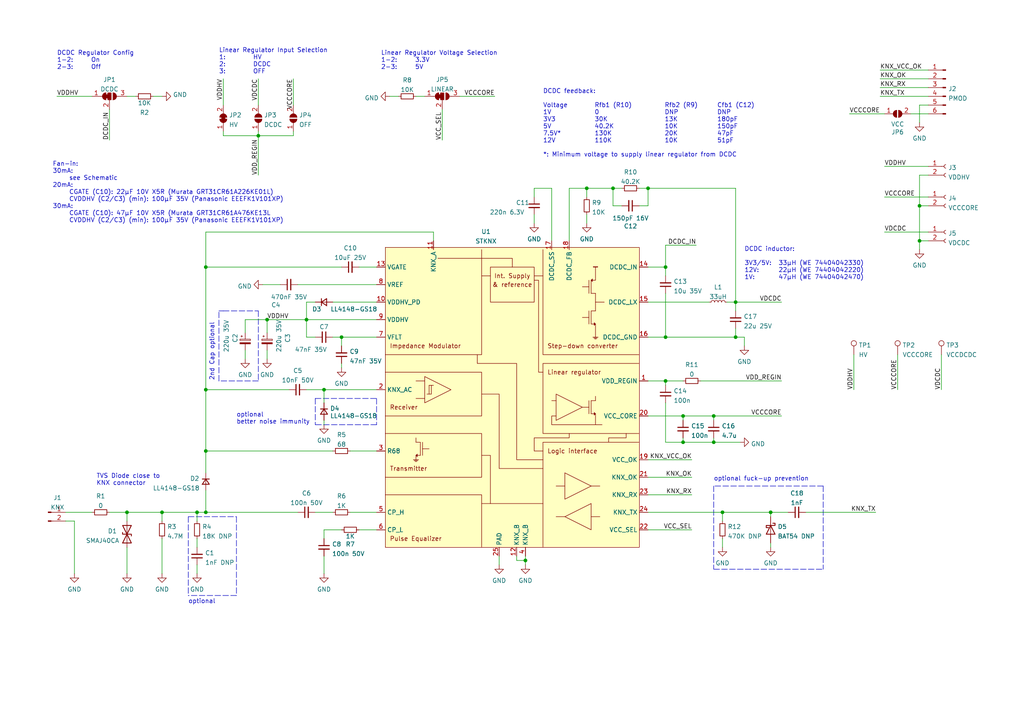
<source format=kicad_sch>
(kicad_sch (version 20210621) (generator eeschema)
  (paper "A4")
  (lib_symbols
    (symbol "Connector:Conn_01x02_Female" (pin_names (offset 1.016) hide)
      (property "Reference" "J" (at 0 2.54 0))
      (property "Value" "Conn_01x02_Female" (at 0 -5.08 0))
      (symbol "Conn_01x02_Female_1_1"
        (pin passive line (at -5.08 0 0) (length 3.81) (name "Pin_1") (number "1"))
        (pin passive line (at -5.08 -2.54 0) (length 3.81) (name "Pin_2") (number "2"))
      )
    )
    (symbol "Connector:Conn_01x02_Male" (pin_names (offset 1.016) hide)
      (property "Reference" "J" (at 0 2.54 0))
      (property "Value" "Conn_01x02_Male" (at 0 -5.08 0))
      (symbol "Conn_01x02_Male_1_1"
        (pin passive line (at 5.08 0 180) (length 3.81) (name "Pin_1") (number "1"))
        (pin passive line (at 5.08 -2.54 180) (length 3.81) (name "Pin_2") (number "2"))
      )
    )
    (symbol "Connector:Conn_01x06_Male" (pin_names (offset 1.016) hide)
      (property "Reference" "J" (at 0 7.62 0))
      (property "Value" "Conn_01x06_Male" (at 0 -10.16 0))
      (symbol "Conn_01x06_Male_1_1"
        (pin passive line (at 5.08 5.08 180) (length 3.81) (name "Pin_1") (number "1"))
        (pin passive line (at 5.08 2.54 180) (length 3.81) (name "Pin_2") (number "2"))
        (pin passive line (at 5.08 0 180) (length 3.81) (name "Pin_3") (number "3"))
        (pin passive line (at 5.08 -2.54 180) (length 3.81) (name "Pin_4") (number "4"))
        (pin passive line (at 5.08 -5.08 180) (length 3.81) (name "Pin_5") (number "5"))
        (pin passive line (at 5.08 -7.62 180) (length 3.81) (name "Pin_6") (number "6"))
      )
    )
    (symbol "Connector:TestPoint" (pin_numbers hide) (pin_names (offset 0.762) hide)
      (property "Reference" "TP" (at 0 6.858 0))
      (property "Value" "TestPoint" (at 0 5.08 0))
      (symbol "TestPoint_1_1"
        (pin passive line (at 0 0 90) (length 2.54) (name "1") (number "1"))
      )
    )
    (symbol "Device:C_Polarized_Small" (pin_numbers hide) (pin_names (offset 0.254) hide)
      (property "Reference" "C" (at 0.254 1.778 0))
      (property "Value" "C_Polarized_Small" (at 0.254 -2.032 0))
      (symbol "C_Polarized_Small_1_1"
        (pin passive line (at 0 2.54 270) (length 1.8542) (name "~") (number "1"))
        (pin passive line (at 0 -2.54 90) (length 1.8542) (name "~") (number "2"))
      )
    )
    (symbol "Device:C_Small" (pin_numbers hide) (pin_names (offset 0.254) hide)
      (property "Reference" "C" (at 0.254 1.778 0))
      (property "Value" "C_Small" (at 0.254 -2.032 0))
      (symbol "C_Small_1_1"
        (pin passive line (at 0 2.54 270) (length 2.032) (name "~") (number "1"))
        (pin passive line (at 0 -2.54 90) (length 2.032) (name "~") (number "2"))
      )
    )
    (symbol "Device:D_Small" (pin_numbers hide) (pin_names (offset 0.254) hide)
      (property "Reference" "D" (at -1.27 2.032 0))
      (property "Value" "D_Small" (at -3.81 -2.032 0))
      (symbol "D_Small_1_1"
        (pin passive line (at -2.54 0 0) (length 1.778) (name "K") (number "1"))
        (pin passive line (at 2.54 0 180) (length 1.778) (name "A") (number "2"))
      )
    )
    (symbol "Device:D_TVS" (pin_numbers hide) (pin_names (offset 1.016) hide)
      (property "Reference" "D" (at 0 2.54 0))
      (property "Value" "D_TVS" (at 0 -2.54 0))
      (symbol "D_TVS_1_1"
        (pin passive line (at -3.81 0 0) (length 2.54) (name "A1") (number "1"))
        (pin passive line (at 3.81 0 180) (length 2.54) (name "A2") (number "2"))
      )
    )
    (symbol "Device:L_Small" (pin_numbers hide) (pin_names (offset 0.254) hide)
      (property "Reference" "L" (at 0.762 1.016 0))
      (property "Value" "L_Small" (at 0.762 -1.016 0))
      (symbol "L_Small_1_1"
        (pin passive line (at 0 2.54 270) (length 0.508) (name "~") (number "1"))
        (pin passive line (at 0 -2.54 90) (length 0.508) (name "~") (number "2"))
      )
    )
    (symbol "Device:R_Small" (pin_numbers hide) (pin_names (offset 0.254) hide)
      (property "Reference" "R" (at 0.762 0.508 0))
      (property "Value" "R_Small" (at 0.762 -1.016 0))
      (symbol "R_Small_1_1"
        (pin passive line (at 0 2.54 270) (length 0.762) (name "~") (number "1"))
        (pin passive line (at 0 -2.54 90) (length 0.762) (name "~") (number "2"))
      )
    )
    (symbol "Diode:BAT54J" (pin_numbers hide) (pin_names hide)
      (property "Reference" "D" (at 0 2.54 0))
      (property "Value" "BAT54J" (at 0 -2.54 0))
      (symbol "BAT54J_1_1"
        (pin passive line (at -3.81 0 0) (length 2.54) (name "K") (number "1"))
        (pin passive line (at 3.81 0 180) (length 2.54) (name "A") (number "2"))
      )
    )
    (symbol "Jumper:SolderJumper_2_Bridged" (pin_names (offset 0) hide)
      (property "Reference" "JP" (at 0 2.032 0))
      (property "Value" "SolderJumper_2_Bridged" (at 0 -2.54 0))
      (symbol "SolderJumper_2_Bridged_1_1"
        (pin passive line (at -3.81 0 0) (length 2.54) (name "A") (number "1"))
        (pin passive line (at 3.81 0 180) (length 2.54) (name "B") (number "2"))
      )
    )
    (symbol "Jumper:SolderJumper_2_Open" (pin_names (offset 0) hide)
      (property "Reference" "JP" (at 0 2.032 0))
      (property "Value" "SolderJumper_2_Open" (at 0 -2.54 0))
      (symbol "SolderJumper_2_Open_1_1"
        (pin passive line (at -3.81 0 0) (length 2.54) (name "A") (number "1"))
        (pin passive line (at 3.81 0 180) (length 2.54) (name "B") (number "2"))
      )
    )
    (symbol "Jumper:SolderJumper_3_Bridged12" (pin_names (offset 0) hide)
      (property "Reference" "JP" (at -2.54 -2.54 0))
      (property "Value" "SolderJumper_3_Bridged12" (at 0 2.794 0))
      (symbol "SolderJumper_3_Bridged12_1_1"
        (pin passive line (at -5.08 0 0) (length 2.54) (name "A") (number "1"))
        (pin input line (at 0 -3.81 90) (length 2.54) (name "C") (number "2"))
        (pin passive line (at 5.08 0 180) (length 2.54) (name "B") (number "3"))
      )
    )
    (symbol "power:GND" (power) (pin_names (offset 0))
      (property "Value" "GND" (at 0 -3.81 0))
      (symbol "GND_1_1"
        (pin power_in line (at 0 0 270) (length 0) hide (name "GND") (number "1"))
      )
    )
    (symbol "stknx:STKNX"
      (property "Reference" "U" (at 0 45.72 0))
      (property "Value" "STKNX" (at 0 48.26 0))
      (symbol "STKNX_0_0"
        (text "& reference" (at 0 33.02 0) (effects (font (size 1.27 1.27))))
        (text "Impedance Modulator" (at -35.56 15.24 0) (effects (font (size 1.27 1.27)) (justify left)))
        (text "Int. Supply" (at 0 35.56 0) (effects (font (size 1.27 1.27))))
        (text "Linear regulator" (at 10.16 7.62 0) (effects (font (size 1.27 1.27)) (justify left)))
        (text "Logic interface" (at 10.16 -15.24 0) (effects (font (size 1.27 1.27)) (justify left)))
        (text "Pulse Equalizer" (at -35.56 -40.64 0) (effects (font (size 1.27 1.27)) (justify left)))
        (text "Receiver" (at -35.56 -2.54 0) (effects (font (size 1.27 1.27)) (justify left)))
        (text "Step-down converter" (at 10.16 15.24 0) (effects (font (size 1.27 1.27)) (justify left)))
        (text "Transmitter" (at -35.56 -20.32 0) (effects (font (size 1.27 1.27)) (justify left)))
      )
      (symbol "STKNX_1_1"
        (pin power_in line (at 39.37 5.08 180) (length 2.54) (name "VDD_REGIN") (number "1"))
        (pin power_in line (at -39.37 27.94 0) (length 2.54) (name "VDDHV_PD") (number "10"))
        (pin input line (at -22.86 45.72 270) (length 2.54) (name "KNX_A") (number "11"))
        (pin power_in line (at 1.27 -45.72 90) (length 2.54) (name "KNX_B") (number "12"))
        (pin passive line (at -39.37 38.1 0) (length 2.54) (name "VGATE") (number "13"))
        (pin power_in line (at 39.37 38.1 180) (length 2.54) (name "DCDC_IN") (number "14"))
        (pin power_out line (at 39.37 27.94 180) (length 2.54) (name "DCDC_LX") (number "15"))
        (pin power_in line (at 39.37 17.78 180) (length 2.54) (name "DCDC_GND") (number "16"))
        (pin passive line (at 11.43 45.72 270) (length 2.54) (name "DCDC_SS") (number "17"))
        (pin input line (at 16.51 45.72 270) (length 2.54) (name "DCDC_FB") (number "18"))
        (pin output line (at 39.37 -17.78 180) (length 2.54) (name "VCC_OK") (number "19"))
        (pin input line (at -39.37 2.54 0) (length 2.54) (name "KNX_AC") (number "2"))
        (pin power_out line (at 39.37 -5.08 180) (length 2.54) (name "VCC_CORE") (number "20"))
        (pin output line (at 39.37 -22.86 180) (length 2.54) (name "KNX_OK") (number "21"))
        (pin input line (at 39.37 -38.1 180) (length 2.54) (name "VCC_SEL") (number "22"))
        (pin output line (at 39.37 -27.94 180) (length 2.54) (name "KNX_RX") (number "23"))
        (pin input line (at 39.37 -33.02 180) (length 2.54) (name "KNX_TX") (number "24"))
        (pin power_in line (at -3.81 -45.72 90) (length 2.54) (name "PAD") (number "25"))
        (pin output line (at -39.37 -15.24 0) (length 2.54) (name "R68") (number "3"))
        (pin power_in line (at 3.81 -45.72 90) (length 2.54) (name "KNX_B") (number "4"))
        (pin passive line (at -39.37 -33.02 0) (length 2.54) (name "CP_H") (number "5"))
        (pin passive line (at -39.37 -38.1 0) (length 2.54) (name "CP_L") (number "6"))
        (pin passive line (at -39.37 17.78 0) (length 2.54) (name "VFLT") (number "7"))
        (pin power_out line (at -39.37 33.02 0) (length 2.54) (name "VREF") (number "8"))
        (pin power_in line (at -39.37 22.86 0) (length 2.54) (name "VDDHV") (number "9"))
      )
    )
  )
  (junction (at 36.83 148.59))
  (junction (at 46.99 148.59))
  (junction (at 57.15 148.59))
  (junction (at 59.69 77.47))
  (junction (at 59.69 113.03))
  (junction (at 59.69 130.81))
  (junction (at 59.69 148.59))
  (junction (at 74.93 39.37))
  (junction (at 77.47 92.71))
  (junction (at 88.9 92.71))
  (junction (at 93.98 113.03))
  (junction (at 99.06 97.79))
  (junction (at 152.4 162.56))
  (junction (at 170.18 54.61))
  (junction (at 177.8 54.61))
  (junction (at 187.96 54.61))
  (junction (at 193.04 77.47))
  (junction (at 193.04 97.79))
  (junction (at 193.04 110.49))
  (junction (at 198.12 120.65))
  (junction (at 198.12 128.27))
  (junction (at 207.01 120.65))
  (junction (at 207.01 128.27))
  (junction (at 209.55 148.59))
  (junction (at 213.36 87.63))
  (junction (at 213.36 97.79))
  (junction (at 223.52 148.59))
  (junction (at 266.7 59.69))
  (junction (at 266.7 69.85))
  (wire (pts (xy 19.05 148.59) (xy 26.67 148.59)))
  (wire (pts (xy 19.05 151.13) (xy 21.59 151.13)))
  (wire (pts (xy 21.59 151.13) (xy 21.59 166.37)))
  (wire (pts (xy 26.67 27.94) (xy 16.51 27.94)))
  (wire (pts (xy 31.75 31.75) (xy 31.75 40.64)))
  (wire (pts (xy 31.75 148.59) (xy 36.83 148.59)))
  (wire (pts (xy 36.83 148.59) (xy 36.83 151.13)))
  (wire (pts (xy 36.83 148.59) (xy 46.99 148.59)))
  (wire (pts (xy 36.83 158.75) (xy 36.83 166.37)))
  (wire (pts (xy 39.37 27.94) (xy 36.83 27.94)))
  (wire (pts (xy 46.99 27.94) (xy 44.45 27.94)))
  (wire (pts (xy 46.99 148.59) (xy 46.99 151.13)))
  (wire (pts (xy 46.99 148.59) (xy 57.15 148.59)))
  (wire (pts (xy 46.99 156.21) (xy 46.99 166.37)))
  (wire (pts (xy 57.15 148.59) (xy 57.15 151.13)))
  (wire (pts (xy 57.15 148.59) (xy 59.69 148.59)))
  (wire (pts (xy 57.15 156.21) (xy 57.15 158.75)))
  (wire (pts (xy 57.15 163.83) (xy 57.15 166.37)))
  (wire (pts (xy 59.69 67.31) (xy 59.69 77.47)))
  (wire (pts (xy 59.69 77.47) (xy 59.69 113.03)))
  (wire (pts (xy 59.69 113.03) (xy 59.69 130.81)))
  (wire (pts (xy 59.69 113.03) (xy 83.82 113.03)))
  (wire (pts (xy 59.69 130.81) (xy 59.69 137.16)))
  (wire (pts (xy 59.69 130.81) (xy 96.52 130.81)))
  (wire (pts (xy 59.69 148.59) (xy 59.69 142.24)))
  (wire (pts (xy 64.77 22.86) (xy 64.77 30.48)))
  (wire (pts (xy 64.77 38.1) (xy 64.77 39.37)))
  (wire (pts (xy 64.77 39.37) (xy 74.93 39.37)))
  (wire (pts (xy 71.12 92.71) (xy 71.12 96.52)))
  (wire (pts (xy 71.12 101.6) (xy 71.12 104.14)))
  (wire (pts (xy 74.93 22.86) (xy 74.93 30.48)))
  (wire (pts (xy 74.93 38.1) (xy 74.93 39.37)))
  (wire (pts (xy 74.93 39.37) (xy 74.93 50.8)))
  (wire (pts (xy 74.93 39.37) (xy 85.09 39.37)))
  (wire (pts (xy 76.2 82.55) (xy 81.28 82.55)))
  (wire (pts (xy 77.47 92.71) (xy 71.12 92.71)))
  (wire (pts (xy 77.47 92.71) (xy 77.47 96.52)))
  (wire (pts (xy 77.47 101.6) (xy 77.47 104.14)))
  (wire (pts (xy 85.09 22.86) (xy 85.09 30.48)))
  (wire (pts (xy 85.09 39.37) (xy 85.09 38.1)))
  (wire (pts (xy 86.36 82.55) (xy 109.22 82.55)))
  (wire (pts (xy 86.36 148.59) (xy 59.69 148.59)))
  (wire (pts (xy 88.9 87.63) (xy 88.9 92.71)))
  (wire (pts (xy 88.9 92.71) (xy 77.47 92.71)))
  (wire (pts (xy 88.9 92.71) (xy 109.22 92.71)))
  (wire (pts (xy 88.9 97.79) (xy 88.9 92.71)))
  (wire (pts (xy 88.9 113.03) (xy 93.98 113.03)))
  (wire (pts (xy 91.44 87.63) (xy 88.9 87.63)))
  (wire (pts (xy 91.44 97.79) (xy 88.9 97.79)))
  (wire (pts (xy 91.44 148.59) (xy 96.52 148.59)))
  (wire (pts (xy 93.98 113.03) (xy 93.98 116.84)))
  (wire (pts (xy 93.98 121.92) (xy 93.98 123.19)))
  (wire (pts (xy 93.98 153.67) (xy 93.98 156.21)))
  (wire (pts (xy 93.98 153.67) (xy 99.06 153.67)))
  (wire (pts (xy 93.98 161.29) (xy 93.98 166.37)))
  (wire (pts (xy 96.52 87.63) (xy 109.22 87.63)))
  (wire (pts (xy 96.52 97.79) (xy 99.06 97.79)))
  (wire (pts (xy 99.06 77.47) (xy 59.69 77.47)))
  (wire (pts (xy 99.06 97.79) (xy 99.06 100.33)))
  (wire (pts (xy 99.06 105.41) (xy 99.06 106.68)))
  (wire (pts (xy 101.6 130.81) (xy 109.22 130.81)))
  (wire (pts (xy 101.6 148.59) (xy 109.22 148.59)))
  (wire (pts (xy 104.14 77.47) (xy 109.22 77.47)))
  (wire (pts (xy 104.14 153.67) (xy 109.22 153.67)))
  (wire (pts (xy 109.22 97.79) (xy 99.06 97.79)))
  (wire (pts (xy 109.22 113.03) (xy 93.98 113.03)))
  (wire (pts (xy 113.03 27.94) (xy 115.57 27.94)))
  (wire (pts (xy 120.65 27.94) (xy 123.19 27.94)))
  (wire (pts (xy 125.73 67.31) (xy 59.69 67.31)))
  (wire (pts (xy 125.73 69.85) (xy 125.73 67.31)))
  (wire (pts (xy 128.27 31.75) (xy 128.27 40.64)))
  (wire (pts (xy 133.35 27.94) (xy 143.51 27.94)))
  (wire (pts (xy 144.78 161.29) (xy 144.78 163.83)))
  (wire (pts (xy 149.86 161.29) (xy 149.86 162.56)))
  (wire (pts (xy 149.86 162.56) (xy 152.4 162.56)))
  (wire (pts (xy 152.4 161.29) (xy 152.4 162.56)))
  (wire (pts (xy 152.4 162.56) (xy 152.4 163.83)))
  (wire (pts (xy 154.94 54.61) (xy 154.94 57.15)))
  (wire (pts (xy 154.94 62.23) (xy 154.94 64.77)))
  (wire (pts (xy 160.02 54.61) (xy 154.94 54.61)))
  (wire (pts (xy 160.02 54.61) (xy 160.02 69.85)))
  (wire (pts (xy 165.1 54.61) (xy 170.18 54.61)))
  (wire (pts (xy 165.1 69.85) (xy 165.1 54.61)))
  (wire (pts (xy 170.18 54.61) (xy 170.18 57.15)))
  (wire (pts (xy 170.18 54.61) (xy 177.8 54.61)))
  (wire (pts (xy 170.18 62.23) (xy 170.18 64.77)))
  (wire (pts (xy 177.8 54.61) (xy 177.8 59.69)))
  (wire (pts (xy 177.8 54.61) (xy 180.34 54.61)))
  (wire (pts (xy 180.34 59.69) (xy 177.8 59.69)))
  (wire (pts (xy 185.42 54.61) (xy 187.96 54.61)))
  (wire (pts (xy 185.42 59.69) (xy 187.96 59.69)))
  (wire (pts (xy 187.96 54.61) (xy 213.36 54.61)))
  (wire (pts (xy 187.96 59.69) (xy 187.96 54.61)))
  (wire (pts (xy 187.96 77.47) (xy 193.04 77.47)))
  (wire (pts (xy 187.96 87.63) (xy 205.74 87.63)))
  (wire (pts (xy 187.96 97.79) (xy 193.04 97.79)))
  (wire (pts (xy 187.96 110.49) (xy 193.04 110.49)))
  (wire (pts (xy 187.96 120.65) (xy 198.12 120.65)))
  (wire (pts (xy 187.96 133.35) (xy 200.66 133.35)))
  (wire (pts (xy 187.96 138.43) (xy 200.66 138.43)))
  (wire (pts (xy 187.96 143.51) (xy 200.66 143.51)))
  (wire (pts (xy 187.96 148.59) (xy 209.55 148.59)))
  (wire (pts (xy 187.96 153.67) (xy 200.66 153.67)))
  (wire (pts (xy 193.04 71.12) (xy 193.04 77.47)))
  (wire (pts (xy 193.04 71.12) (xy 201.93 71.12)))
  (wire (pts (xy 193.04 77.47) (xy 193.04 80.01)))
  (wire (pts (xy 193.04 85.09) (xy 193.04 97.79)))
  (wire (pts (xy 193.04 97.79) (xy 213.36 97.79)))
  (wire (pts (xy 193.04 110.49) (xy 193.04 111.76)))
  (wire (pts (xy 193.04 110.49) (xy 198.12 110.49)))
  (wire (pts (xy 193.04 116.84) (xy 193.04 128.27)))
  (wire (pts (xy 193.04 128.27) (xy 198.12 128.27)))
  (wire (pts (xy 198.12 120.65) (xy 198.12 121.92)))
  (wire (pts (xy 198.12 120.65) (xy 207.01 120.65)))
  (wire (pts (xy 198.12 127) (xy 198.12 128.27)))
  (wire (pts (xy 198.12 128.27) (xy 207.01 128.27)))
  (wire (pts (xy 203.2 110.49) (xy 226.695 110.49)))
  (wire (pts (xy 207.01 120.65) (xy 207.01 121.92)))
  (wire (pts (xy 207.01 120.65) (xy 226.695 120.65)))
  (wire (pts (xy 207.01 128.27) (xy 207.01 127)))
  (wire (pts (xy 207.01 128.27) (xy 214.63 128.27)))
  (wire (pts (xy 209.55 148.59) (xy 209.55 151.13)))
  (wire (pts (xy 209.55 148.59) (xy 223.52 148.59)))
  (wire (pts (xy 209.55 156.21) (xy 209.55 158.75)))
  (wire (pts (xy 210.82 87.63) (xy 213.36 87.63)))
  (wire (pts (xy 213.36 54.61) (xy 213.36 87.63)))
  (wire (pts (xy 213.36 87.63) (xy 213.36 90.17)))
  (wire (pts (xy 213.36 87.63) (xy 226.695 87.63)))
  (wire (pts (xy 213.36 97.79) (xy 213.36 95.25)))
  (wire (pts (xy 213.36 97.79) (xy 215.9 97.79)))
  (wire (pts (xy 215.9 97.79) (xy 215.9 100.33)))
  (wire (pts (xy 223.52 148.59) (xy 223.52 149.86)))
  (wire (pts (xy 223.52 148.59) (xy 228.6 148.59)))
  (wire (pts (xy 223.52 157.48) (xy 223.52 158.75)))
  (wire (pts (xy 233.68 148.59) (xy 254 148.59)))
  (wire (pts (xy 246.38 33.02) (xy 256.54 33.02)))
  (wire (pts (xy 247.65 102.87) (xy 247.65 113.03)))
  (wire (pts (xy 255.27 20.32) (xy 269.24 20.32)))
  (wire (pts (xy 255.27 22.86) (xy 269.24 22.86)))
  (wire (pts (xy 255.27 25.4) (xy 269.24 25.4)))
  (wire (pts (xy 255.27 27.94) (xy 269.24 27.94)))
  (wire (pts (xy 256.54 48.26) (xy 269.24 48.26)))
  (wire (pts (xy 256.54 57.15) (xy 269.24 57.15)))
  (wire (pts (xy 256.54 67.31) (xy 269.24 67.31)))
  (wire (pts (xy 260.35 102.87) (xy 260.35 113.03)))
  (wire (pts (xy 264.16 33.02) (xy 269.24 33.02)))
  (wire (pts (xy 266.7 30.48) (xy 266.7 35.56)))
  (wire (pts (xy 266.7 50.8) (xy 266.7 59.69)))
  (wire (pts (xy 266.7 59.69) (xy 266.7 69.85)))
  (wire (pts (xy 266.7 59.69) (xy 269.24 59.69)))
  (wire (pts (xy 266.7 69.85) (xy 266.7 72.39)))
  (wire (pts (xy 266.7 69.85) (xy 269.24 69.85)))
  (wire (pts (xy 269.24 30.48) (xy 266.7 30.48)))
  (wire (pts (xy 269.24 50.8) (xy 266.7 50.8)))
  (wire (pts (xy 273.05 102.87) (xy 273.05 113.03)))
  (polyline (pts (xy 54.61 149.86) (xy 54.61 172.72)))
  (polyline (pts (xy 54.61 149.86) (xy 68.58 149.86)))
  (polyline (pts (xy 63.5 90.17) (xy 64.77 90.17)))
  (polyline (pts (xy 63.5 110.49) (xy 63.5 90.17)))
  (polyline (pts (xy 64.77 90.17) (xy 74.93 90.17)))
  (polyline (pts (xy 68.58 149.86) (xy 68.58 172.72)))
  (polyline (pts (xy 68.58 172.72) (xy 54.61 172.72)))
  (polyline (pts (xy 74.93 90.17) (xy 74.93 110.49)))
  (polyline (pts (xy 74.93 110.49) (xy 63.5 110.49)))
  (polyline (pts (xy 91.44 115.57) (xy 91.44 123.19)))
  (polyline (pts (xy 91.44 115.57) (xy 109.22 115.57)))
  (polyline (pts (xy 109.22 115.57) (xy 109.22 123.19)))
  (polyline (pts (xy 109.22 123.19) (xy 91.44 123.19)))
  (polyline (pts (xy 207.01 140.97) (xy 207.01 165.1)))
  (polyline (pts (xy 207.01 165.1) (xy 238.76 165.1)))
  (polyline (pts (xy 238.76 140.97) (xy 207.01 140.97)))
  (polyline (pts (xy 238.76 140.97) (xy 238.76 165.1)))
  (text "Fan-in:\n30mA:\n	see Schematic\n20mA:\n	CGATE (C10): 22µF 10V X5R (Murata GRT31CR61A226KE01L)\n	CVDDHV (C2/C3) (min): 100µF 35V (Panasonic EEEFK1V101XP)\n30mA:\n	CGATE (C10): 47µF 10V X5R (Murata GRT31CR61A476KE13L\n	CVDDHV (C2/C3) (min): 100µF 35V (Panasonic EEEFK1V101XP)\n" (at 15.24 64.77 0) (effects (font (size 1.27 1.27)) (justify left bottom)))
  (text "DCDC Regulator Config\n1-2:	On\n2-3:	Off" (at 16.51 20.32 0) (effects (font (size 1.27 1.27)) (justify left bottom)))
  (text "TVS Diode close to\nKNX connector" (at 27.94 140.97 0) (effects (font (size 1.27 1.27)) (justify left bottom)))
  (text "optional" (at 54.61 175.26 0) (effects (font (size 1.27 1.27)) (justify left bottom)))
  (text "2nd Cap optional" (at 62.23 110.49 90) (effects (font (size 1.27 1.27)) (justify left bottom)))
  (text "Linear Regulator Input Selection\n1:		HV\n2:		DCDC\n3:		OFF" (at 63.5 21.59 0) (effects (font (size 1.27 1.27)) (justify left bottom)))
  (text "optional\nbetter noise immunity" (at 68.58 123.19 0) (effects (font (size 1.27 1.27)) (justify left bottom)))
  (text "Linear Regulator Voltage Selection\n1-2:	3.3V\n2-3:	5V" (at 110.49 20.32 0) (effects (font (size 1.27 1.27)) (justify left bottom)))
  (text "DCDC feedback:\n\nVoltage		Rfb1 (R10)		Rfb2 (R9)	Cfb1 (C12)\n1V			0				DNP			DNP\n3V3			30K				13K			180pF\n5V			40.2K			10K			150pF\n7.5V*		130K			20K			47pF\n12V			110K			10K			51pF\n\n*: Minimum voltage to supply linear regulator from DCDC" (at 157.48 45.72 0) (effects (font (size 1.27 1.27)) (justify left bottom)))
  (text "optional fuck-up prevention" (at 207.01 139.7 0) (effects (font (size 1.27 1.27)) (justify left bottom)))
  (text "DCDC inductor:\n\n3V3/5V:	33µH (WE 74404042330)\n12V:	22µH (WE 74404042220)\n1V:		47µH (WE 74404042470)\n" (at 215.9 81.28 0) (effects (font (size 1.27 1.27)) (justify left bottom)))
  (label "VDDHV" (at 16.51 27.94 0))
  (label "DCDC_IN" (at 31.75 40.64 90))
  (label "VDDHV" (at 64.77 22.86 270))
  (label "VDCDC" (at 74.93 22.86 270))
  (label "VDD_REGIN" (at 74.93 50.8 90))
  (label "VDDHV" (at 77.47 92.71 0))
  (label "VCCCORE" (at 85.09 22.86 270))
  (label "VCC_SEL" (at 128.27 40.64 90))
  (label "VCCCORE" (at 143.51 27.94 180))
  (label "KNX_VCC_OK" (at 200.66 133.35 180))
  (label "KNX_OK" (at 200.66 138.43 180))
  (label "KNX_RX" (at 200.66 143.51 180))
  (label "VCC_SEL" (at 200.66 153.67 180))
  (label "DCDC_IN" (at 201.93 71.12 180))
  (label "VDCDC" (at 226.695 87.63 180))
  (label "VDD_REGIN" (at 226.695 110.49 180))
  (label "VCCCORE" (at 226.695 120.65 180))
  (label "VCCCORE" (at 246.38 33.02 0))
  (label "VDDHV" (at 247.65 113.03 90))
  (label "KNX_TX" (at 254 148.59 180))
  (label "KNX_VCC_OK" (at 255.27 20.32 0))
  (label "KNX_OK" (at 255.27 22.86 0))
  (label "KNX_RX" (at 255.27 25.4 0))
  (label "KNX_TX" (at 255.27 27.94 0))
  (label "VDDHV" (at 256.54 48.26 0))
  (label "VCCCORE" (at 256.54 57.15 0))
  (label "VDCDC" (at 256.54 67.31 0))
  (label "VCCCORE" (at 260.35 113.03 90))
  (label "VDCDC" (at 273.05 113.03 90))
  (symbol (lib_id "Device:L_Small") (at 208.28 87.63 90) (unit 1)
    (property "Reference" "L1" (at 208.28 83.2824 90))
    (property "Value" "33uH" (at 208.28 86.0575 90))
    (property "Footprint" "stknx:L_WE_LQS_4012" (effects hide))
    (property "Manufacturer" "Würth Elektronik" (effects hide))
    (property "Order No" "732-5511-1-ND" (effects hide))
    (property "Part Description" "33µH Semi-Shielded Wirewound Inductor 650mA 460mOhm Nonstandard" (effects hide))
    (property "Part No" "74404042330" (effects hide))
    (property "Supplier" "Digikey" (effects hide))
  )
  (symbol (lib_id "Connector:TestPoint") (at 247.65 102.87 0) (unit 1)
    (property "Reference" "TP1" (at 249.0471 100.12 0) (effects (justify left)))
    (property "Value" "HV" (at 249.0471 102.8951 0) (effects (justify left)))
    (property "Footprint" "TestPoint:TestPoint_Pad_D1.0mm" (effects hide))
  )
  (symbol (lib_id "Connector:TestPoint") (at 260.35 102.87 0) (unit 1)
    (property "Reference" "TP2" (at 261.7471 100.12 0) (effects (justify left)))
    (property "Value" "VCCCORE" (at 261.7471 102.8951 0) (effects (justify left)))
    (property "Footprint" "TestPoint:TestPoint_Pad_D1.0mm" (effects hide))
  )
  (symbol (lib_id "Connector:TestPoint") (at 273.05 102.87 0) (unit 1)
    (property "Reference" "TP3" (at 274.4471 100.12 0) (effects (justify left)))
    (property "Value" "VCCDCDC" (at 274.4471 102.8951 0) (effects (justify left)))
    (property "Footprint" "TestPoint:TestPoint_Pad_D1.0mm" (effects hide))
  )
  (symbol (lib_id "power:GND") (at 21.59 166.37 0) (unit 1)
    (property "Reference" "#PWR01" (effects hide))
    (property "Value" "GND" (at 21.59 170.9326 0))
  )
  (symbol (lib_id "power:GND") (at 36.83 166.37 0) (unit 1)
    (property "Reference" "#PWR02" (effects hide))
    (property "Value" "GND" (at 36.83 170.9326 0))
  )
  (symbol (lib_id "power:GND") (at 46.99 27.94 90) (unit 1)
    (property "Reference" "#PWR03" (effects hide))
    (property "Value" "GND" (at 50.165 27.461 90) (effects (justify right)))
  )
  (symbol (lib_id "power:GND") (at 46.99 166.37 0) (unit 1)
    (property "Reference" "#PWR04" (effects hide))
    (property "Value" "GND" (at 46.99 170.9326 0))
  )
  (symbol (lib_id "power:GND") (at 57.15 166.37 0) (unit 1)
    (property "Reference" "#PWR05" (effects hide))
    (property "Value" "GND" (at 57.15 170.9326 0))
  )
  (symbol (lib_id "power:GND") (at 71.12 104.14 0) (unit 1)
    (property "Reference" "#PWR06" (effects hide))
    (property "Value" "GND" (at 71.12 108.7026 0))
  )
  (symbol (lib_id "power:GND") (at 76.2 82.55 270) (unit 1)
    (property "Reference" "#PWR07" (effects hide))
    (property "Value" "GND" (at 73.025 83.029 90) (effects (justify right)))
  )
  (symbol (lib_id "power:GND") (at 77.47 104.14 0) (unit 1)
    (property "Reference" "#PWR08" (effects hide))
    (property "Value" "GND" (at 77.47 108.7026 0))
  )
  (symbol (lib_id "power:GND") (at 93.98 123.19 0) (unit 1)
    (property "Reference" "#PWR09" (effects hide))
    (property "Value" "GND" (at 93.98 127.7526 0))
  )
  (symbol (lib_id "power:GND") (at 93.98 166.37 0) (unit 1)
    (property "Reference" "#PWR010" (effects hide))
    (property "Value" "GND" (at 93.98 170.9326 0))
  )
  (symbol (lib_id "power:GND") (at 99.06 106.68 0) (unit 1)
    (property "Reference" "#PWR011" (effects hide))
    (property "Value" "GND" (at 99.06 111.2426 0))
  )
  (symbol (lib_id "power:GND") (at 113.03 27.94 270) (unit 1)
    (property "Reference" "#PWR012" (effects hide))
    (property "Value" "GND" (at 109.855 28.419 90) (effects (justify right)))
  )
  (symbol (lib_id "power:GND") (at 144.78 163.83 0) (unit 1)
    (property "Reference" "#PWR013" (effects hide))
    (property "Value" "GND" (at 144.78 168.3926 0))
  )
  (symbol (lib_id "power:GND") (at 152.4 163.83 0) (unit 1)
    (property "Reference" "#PWR014" (effects hide))
    (property "Value" "GND" (at 152.4 168.3926 0))
  )
  (symbol (lib_id "power:GND") (at 154.94 64.77 0) (unit 1)
    (property "Reference" "#PWR015" (effects hide))
    (property "Value" "GND" (at 154.94 69.3326 0))
  )
  (symbol (lib_id "power:GND") (at 170.18 64.77 0) (unit 1)
    (property "Reference" "#PWR016" (effects hide))
    (property "Value" "GND" (at 170.18 69.3326 0))
  )
  (symbol (lib_id "power:GND") (at 209.55 158.75 0) (unit 1)
    (property "Reference" "#PWR017" (effects hide))
    (property "Value" "GND" (at 209.55 163.3126 0))
  )
  (symbol (lib_id "power:GND") (at 214.63 128.27 90) (unit 1)
    (property "Reference" "#PWR018" (effects hide))
    (property "Value" "GND" (at 217.8051 128.749 90) (effects (justify right)))
  )
  (symbol (lib_id "power:GND") (at 215.9 100.33 0) (unit 1)
    (property "Reference" "#PWR019" (effects hide))
    (property "Value" "GND" (at 215.9 104.8926 0))
  )
  (symbol (lib_id "power:GND") (at 223.52 158.75 0) (unit 1)
    (property "Reference" "#PWR020" (effects hide))
    (property "Value" "GND" (at 223.52 163.3126 0))
  )
  (symbol (lib_id "power:GND") (at 266.7 35.56 0) (unit 1)
    (property "Reference" "#PWR021" (effects hide))
    (property "Value" "GND" (at 266.7 40.1226 0))
  )
  (symbol (lib_id "power:GND") (at 266.7 72.39 0) (unit 1)
    (property "Reference" "#PWR022" (effects hide))
    (property "Value" "GND" (at 266.7 76.9526 0))
  )
  (symbol (lib_id "Device:R_Small") (at 29.21 148.59 90) (unit 1)
    (property "Reference" "R1" (at 29.21 143.8868 90))
    (property "Value" "0" (at 29.21 146.6619 90))
    (property "Footprint" "Resistor_SMD:R_0402_1005Metric" (effects hide))
    (property "Manufacturer" "YAGEO" (effects hide))
    (property "Order No" "YAG1279CT-ND" (effects hide))
    (property "Part Description" "0 Ohms Jumper 0.063W, 1/16W Chip Resistor 0402 (1005 Metric) Moisture Resistant Thick Film" (effects hide))
    (property "Part No" "RC0402JR-070RP" (effects hide))
    (property "Supplier" "Digikey" (effects hide))
  )
  (symbol (lib_id "Device:R_Small") (at 41.91 27.94 270) (unit 1)
    (property "Reference" "R2" (at 41.91 32.6432 90))
    (property "Value" "10K" (at 41.91 29.8681 90))
    (property "Footprint" "Resistor_SMD:R_0402_1005Metric" (effects hide))
    (property "Manufacturer" "YAGEO" (effects hide))
    (property "Order No" "311-10KJRCT-ND" (effects hide))
    (property "Part Description" "10 kOhms ±5% 0.063W, 1/16W Chip Resistor 0402 (1005 Metric) Moisture Resistant Thick Film" (effects hide))
    (property "Part No" "RC0402JR-0710KL" (effects hide))
    (property "Supplier" "Digikey" (effects hide))
  )
  (symbol (lib_id "Device:R_Small") (at 46.99 153.67 0) (unit 1)
    (property "Reference" "R3" (at 48.4887 152.7615 0) (effects (justify left)))
    (property "Value" "4.7M" (at 48.4887 155.5366 0) (effects (justify left)))
    (property "Footprint" "Resistor_SMD:R_0402_1005Metric" (effects hide))
    (property "Manufacturer" "YAGEO" (effects hide))
    (property "Order No" "13-AC0402FR-074M7LCT-ND" (effects hide))
    (property "Part Description" "4.7 MOhms ±1% 0.063W, 1/16W Chip Resistor 0402 (1005 Metric) Automotive AEC-Q200, Moisture Resistant Thick Film" (effects hide))
    (property "Part No" "AC0402FR-074M7L" (effects hide))
    (property "Supplier" "Digikey" (effects hide))
  )
  (symbol (lib_id "Device:R_Small") (at 57.15 153.67 0) (unit 1)
    (property "Reference" "R4" (at 58.6487 152.7615 0) (effects (justify left)))
    (property "Value" "18K DNP" (at 58.6487 155.5366 0) (effects (justify left)))
    (property "Footprint" "Resistor_SMD:R_0402_1005Metric" (effects hide))
    (property "Manufacturer" "YAGEO" (effects hide))
    (property "Order No" "13-RT0402FRE0718KLCT-ND" (effects hide))
    (property "Part Description" "18 kOhms ±1% 0.063W, 1/16W Chip Resistor 0402 (1005 Metric)  Thin Film" (effects hide))
    (property "Part No" "RT0402FRE0718KL" (effects hide))
    (property "Supplier" "Digikey" (effects hide))
  )
  (symbol (lib_id "Device:R_Small") (at 99.06 130.81 90) (unit 1)
    (property "Reference" "R5" (at 99.06 126.1068 90))
    (property "Value" "68" (at 99.06 128.8819 90))
    (property "Footprint" "Resistor_SMD:R_2512_6332Metric" (effects hide))
    (property "Manufacturer" "Vishay Dale" (effects hide))
    (property "Order No" "541-68.0AFCT-ND" (effects hide))
    (property "Part Description" "68 Ohms ±1% 1W Chip Resistor 2512 (6432 Metric) Automotive AEC-Q200 Thick Film" (effects hide))
    (property "Part No" "CRCW251268R0FKEG" (effects hide))
    (property "Supplier" "Digikey" (effects hide))
  )
  (symbol (lib_id "Device:R_Small") (at 99.06 148.59 90) (unit 1)
    (property "Reference" "R6" (at 99.06 143.8868 90))
    (property "Value" "1K" (at 99.06 146.6619 90))
    (property "Footprint" "Resistor_SMD:R_0402_1005Metric" (effects hide))
    (property "Manufacturer" "YAGEO" (effects hide))
    (property "Order No" "YAG1234CT-ND" (effects hide))
    (property "Part Description" "1 kOhms ±1% 0.063W, 1/16W Chip Resistor 0402 (1005 Metric)  Thin Film" (effects hide))
    (property "Part No" "RT0402FRE071KL" (effects hide))
    (property "Supplier" "Digikey" (effects hide))
  )
  (symbol (lib_id "Device:R_Small") (at 101.6 153.67 270) (unit 1)
    (property "Reference" "R7" (at 101.6 157.8568 90))
    (property "Value" "1K" (at 101.6 155.5519 90))
    (property "Footprint" "Resistor_SMD:R_0402_1005Metric" (effects hide))
    (property "Manufacturer" "YAGEO" (effects hide))
    (property "Order No" "YAG1234CT-ND" (effects hide))
    (property "Part Description" "1 kOhms ±1% 0.063W, 1/16W Chip Resistor 0402 (1005 Metric)  Thin Film" (effects hide))
    (property "Part No" "RT0402FRE071KL" (effects hide))
    (property "Supplier" "Digikey" (effects hide))
  )
  (symbol (lib_id "Device:R_Small") (at 118.11 27.94 90) (unit 1)
    (property "Reference" "R8" (at 118.11 23.2368 90))
    (property "Value" "10K" (at 118.11 26.0119 90))
    (property "Footprint" "Resistor_SMD:R_0402_1005Metric" (effects hide))
    (property "Manufacturer" "YAGEO" (effects hide))
    (property "Order No" "311-10KJRCT-ND" (effects hide))
    (property "Part Description" "10 kOhms ±5% 0.063W, 1/16W Chip Resistor 0402 (1005 Metric) Moisture Resistant Thick Film" (effects hide))
    (property "Part No" "RC0402JR-0710KL" (effects hide))
    (property "Supplier" "Digikey" (effects hide))
  )
  (symbol (lib_id "Device:R_Small") (at 170.18 59.69 0) (unit 1)
    (property "Reference" "R9" (at 171.6787 58.7815 0) (effects (justify left)))
    (property "Value" "10K" (at 171.6787 61.5566 0) (effects (justify left)))
    (property "Footprint" "Resistor_SMD:R_0402_1005Metric" (effects hide))
    (property "Manufacturer" "YAGEO" (effects hide))
    (property "Order No" "YAG2305CT-ND" (effects hide))
    (property "Part Description" "10 kOhms ±0.1% 0.063W, 1/16W Chip Resistor 0402 (1005 Metric)  Thin Film" (effects hide))
    (property "Part No" "RT0402BRE0710KL" (effects hide))
    (property "Supplier" "Digikey" (effects hide))
  )
  (symbol (lib_id "Device:R_Small") (at 182.88 54.61 90) (unit 1)
    (property "Reference" "R10" (at 182.88 49.9068 90))
    (property "Value" "40.2K" (at 182.88 52.6819 90))
    (property "Footprint" "Resistor_SMD:R_0402_1005Metric" (effects hide))
    (property "Manufacturer" "YAGEO" (effects hide))
    (property "Order No" "YAG1429CT-ND" (effects hide))
    (property "Part Description" "40.2 kOhms ±0.1% 0.063W, 1/16W Chip Resistor 0402 (1005 Metric)  Thin Film" (effects hide))
    (property "Part No" "RT0402BRD0740K2L" (effects hide))
    (property "Supplier" "Digikey" (effects hide))
  )
  (symbol (lib_id "Device:R_Small") (at 200.66 110.49 90) (unit 1)
    (property "Reference" "R11" (at 200.66 105.7868 90))
    (property "Value" "0" (at 200.66 108.5619 90))
    (property "Footprint" "Resistor_SMD:R_0402_1005Metric" (effects hide))
    (property "Manufacturer" "YAGEO" (effects hide))
    (property "Order No" "YAG1279CT-ND" (effects hide))
    (property "Part Description" "0 Ohms Jumper 0.063W, 1/16W Chip Resistor 0402 (1005 Metric) Moisture Resistant Thick Film" (effects hide))
    (property "Part No" "RC0402JR-070RP" (effects hide))
    (property "Supplier" "Digikey" (effects hide))
  )
  (symbol (lib_id "Device:R_Small") (at 209.55 153.67 0) (unit 1)
    (property "Reference" "R12" (at 211.0487 152.7615 0) (effects (justify left)))
    (property "Value" "470K DNP" (at 211.0487 155.5366 0) (effects (justify left)))
    (property "Footprint" "Resistor_SMD:R_0402_1005Metric" (effects hide))
    (property "Manufacturer" "YAGEO" (effects hide))
    (property "Order No" "YAG3488CT-ND" (effects hide))
    (property "Part Description" "470 kOhms ±1% 0.063W, 1/16W Chip Resistor 0402 (1005 Metric) Automotive AEC-Q200, Moisture Resistant Thick Film" (effects hide))
    (property "Part No" "AC0402FR-07470KL" (effects hide))
    (property "Supplier" "Digikey" (effects hide))
  )
  (symbol (lib_id "Device:D_Small") (at 59.69 139.7 270) (unit 1)
    (property "Reference" "D2" (at 55.1181 138.7915 90) (effects (justify left)))
    (property "Value" "LL4148-GS18" (at 44.3231 141.5666 90) (effects (justify left)))
    (property "Footprint" "Diode_SMD:D_SOD-123F" (effects hide))
    (property "Manufacturer" "Vishay General Semiconductor - Diodes Division" (effects hide))
    (property "Order No" "LL4148-GS18CT-ND" (effects hide))
    (property "Part Description" "Diode Standard 75V 300mA (DC) Surface Mount SOD-80 MiniMELF" (effects hide))
    (property "Part No" "LL4148-GS18" (effects hide))
    (property "Supplier" "Digikey" (effects hide))
  )
  (symbol (lib_id "Device:D_Small") (at 93.98 87.63 0) (unit 1)
    (property "Reference" "D3" (at 90.5315 89.6619 0) (effects (justify left)))
    (property "Value" "LL4148-GS18" (at 95.8466 89.6619 0) (effects (justify left)))
    (property "Footprint" "Diode_SMD:D_SOD-123F" (effects hide))
    (property "Manufacturer" "Vishay General Semiconductor - Diodes Division" (effects hide))
    (property "Order No" "LL4148-GS18CT-ND" (effects hide))
    (property "Part Description" "Diode Standard 75V 300mA (DC) Surface Mount SOD-80 MiniMELF" (effects hide))
    (property "Part No" "LL4148-GS18" (effects hide))
    (property "Supplier" "Digikey" (effects hide))
  )
  (symbol (lib_id "Device:D_Small") (at 93.98 119.38 270) (unit 1)
    (property "Reference" "D4" (at 95.7581 118.4715 90) (effects (justify left)))
    (property "Value" "LL4148-GS18" (at 95.7581 120.6116 90) (effects (justify left)))
    (property "Footprint" "Diode_SMD:D_SOD-123F" (effects hide))
    (property "Manufacturer" "Vishay General Semiconductor - Diodes Division" (effects hide))
    (property "Order No" "LL4148-GS18CT-ND" (effects hide))
    (property "Part Description" "Diode Standard 75V 300mA (DC) Surface Mount SOD-80 MiniMELF" (effects hide))
    (property "Part No" "LL4148-GS18" (effects hide))
    (property "Supplier" "Digikey" (effects hide))
  )
  (symbol (lib_id "Jumper:SolderJumper_2_Bridged") (at 64.77 34.29 90) (unit 1)
    (property "Reference" "JP2" (at 66.4211 33.3815 90) (effects (justify right)))
    (property "Value" "HV" (at 66.4211 36.1566 90) (effects (justify right)))
    (property "Footprint" "Jumper:SolderJumper-2_P1.3mm_Bridged_RoundedPad1.0x1.5mm" (effects hide))
  )
  (symbol (lib_id "Jumper:SolderJumper_2_Open") (at 74.93 34.29 90) (unit 1)
    (property "Reference" "JP3" (at 76.5811 33.3815 90) (effects (justify right)))
    (property "Value" "DCDC" (at 76.5811 36.1566 90) (effects (justify right)))
    (property "Footprint" "Jumper:SolderJumper-2_P1.3mm_Open_RoundedPad1.0x1.5mm" (effects hide))
  )
  (symbol (lib_id "Jumper:SolderJumper_2_Open") (at 85.09 34.29 90) (unit 1)
    (property "Reference" "JP4" (at 86.7411 33.3815 90) (effects (justify right)))
    (property "Value" "OFF" (at 86.7411 36.1566 90) (effects (justify right)))
    (property "Footprint" "Jumper:SolderJumper-2_P1.3mm_Open_RoundedPad1.0x1.5mm" (effects hide))
  )
  (symbol (lib_id "Jumper:SolderJumper_2_Open") (at 260.35 33.02 0) (unit 1)
    (property "Reference" "JP6" (at 260.35 38.3244 0))
    (property "Value" "VCC" (at 260.35 36.0195 0))
    (property "Footprint" "Jumper:SolderJumper-2_P1.3mm_Open_RoundedPad1.0x1.5mm" (effects hide))
  )
  (symbol (lib_id "Device:C_Polarized_Small") (at 71.12 99.06 0) (unit 1)
    (property "Reference" "C2" (at 68.1991 99.4215 90) (effects (justify left)))
    (property "Value" "220u 35V" (at 65.6591 102.1966 90) (effects (justify left)))
    (property "Footprint" "Capacitor_SMD:C_Elec_10x10.2" (effects hide))
    (property "Manufacturer" "KEMET" (effects hide))
    (property "Order No" "399-6732-1-ND" (effects hide))
    (property "Part Description" "220µF 50V Aluminum Electrolytic Capacitors Radial, Can - SMD  5000 Hrs @ 105°C" (effects hide))
    (property "Part No" "EXV227M050A9PAA" (effects hide))
    (property "Supplier" "Digikey" (effects hide))
  )
  (symbol (lib_id "Device:C_Polarized_Small") (at 77.47 99.06 0) (unit 1)
    (property "Reference" "C3" (at 83.4391 99.4215 90) (effects (justify left)))
    (property "Value" "220u 35V" (at 80.8991 102.1966 90) (effects (justify left)))
    (property "Footprint" "Capacitor_SMD:C_Elec_10x10.2" (effects hide))
    (property "Manufacturer" "KEMET" (effects hide))
    (property "Order No" "399-6732-1-ND" (effects hide))
    (property "Part Description" "220µF 50V Aluminum Electrolytic Capacitors Radial, Can - SMD  5000 Hrs @ 105°C" (effects hide))
    (property "Part No" "EXV227M050A9PAA" (effects hide))
    (property "Supplier" "Digikey" (effects hide))
  )
  (symbol (lib_id "Connector:Conn_01x02_Male") (at 13.97 148.59 0) (unit 1)
    (property "Reference" "J1" (at 16.6624 144.3694 0))
    (property "Value" "KNX" (at 16.6624 147.1445 0))
    (property "Footprint" "stknx:WAGO_243-211" (effects hide))
    (property "Manufacturer" "WAGO" (effects hide))
    (property "Part Description" "KNX Klemme Stifte, 2x" (effects hide))
    (property "Part No" "243-131" (effects hide))
  )
  (symbol (lib_id "Device:C_Small") (at 57.15 161.29 180) (unit 1)
    (property "Reference" "C1" (at 59.4742 160.3815 0) (effects (justify right)))
    (property "Value" "1nF DNP" (at 59.4742 163.1566 0) (effects (justify right)))
    (property "Footprint" "Capacitor_SMD:C_0402_1005Metric" (effects hide))
    (property "Manufacturer" "AVX Corporation" (effects hide))
    (property "Order No" "478-1101-1-ND" (effects hide))
    (property "Part Description" "1000pF ±10% 50V Ceramic Capacitor X7R 0402 (1005 Metric)" (effects hide))
    (property "Part No" "04025C102KAT2A" (effects hide))
    (property "Supplier" "Digikey" (effects hide))
  )
  (symbol (lib_id "Device:C_Small") (at 83.82 82.55 90) (unit 1)
    (property "Reference" "C4" (at 80.01 88.4513 90))
    (property "Value" "470nF 35V" (at 83.82 86.1464 90))
    (property "Footprint" "Capacitor_SMD:C_0805_2012Metric" (effects hide))
    (property "Manufacturer" "Samsung Electro-Mechanics" (effects hide))
    (property "Order No" "1276-2966-1-ND" (effects hide))
    (property "Part Description" "0.47µF ±10% 50V Ceramic Capacitor X7R 0805 (2012 Metric)" (effects hide))
    (property "Part No" "CL21B474KBFNFNE" (effects hide))
    (property "Supplier" "Digikey" (effects hide))
  )
  (symbol (lib_id "Device:C_Small") (at 86.36 113.03 90) (unit 1)
    (property "Reference" "C5" (at 86.36 107.5013 90))
    (property "Value" "10nF 50V" (at 86.36 110.2764 90))
    (property "Footprint" "Capacitor_SMD:C_0402_1005Metric" (effects hide))
    (property "Manufacturer" "Samsung Electro-Mechanics" (effects hide))
    (property "Order No" "1276-1028-1-ND" (effects hide))
    (property "Part Description" "10000pF ±10% 50V Ceramic Capacitor X7R 0402 (1005 Metric)" (effects hide))
    (property "Part No" "CL05B103KB5NNNC" (effects hide))
    (property "Supplier" "Digikey" (effects hide))
  )
  (symbol (lib_id "Device:C_Small") (at 88.9 148.59 90) (unit 1)
    (property "Reference" "C6" (at 88.9 143.0613 90))
    (property "Value" "100n 50V" (at 88.9 145.8364 90))
    (property "Footprint" "Capacitor_SMD:C_0603_1608Metric" (effects hide))
    (property "Manufacturer" "Samsung Electro-Mechanics" (effects hide))
    (property "Order No" "1276-CL10B104KB8NNNLCT-ND" (effects hide))
    (property "Part Description" "0.1µF ±10% 50V Ceramic Capacitor X7R 0603 (1608 Metric)" (effects hide))
    (property "Part No" "CL10B104KB8NNNL" (effects hide))
    (property "Supplier" "Digikey" (effects hide))
  )
  (symbol (lib_id "Device:C_Small") (at 93.98 97.79 270) (unit 1)
    (property "Reference" "C7" (at 93.98 94.8013 90))
    (property "Value" "47nF 35V" (at 90.17 101.3864 90))
    (property "Footprint" "Capacitor_SMD:C_0402_1005Metric" (effects hide))
    (property "Manufacturer" "Murata Electronics" (effects hide))
    (property "Order No" "490-10702-1-ND" (effects hide))
    (property "Part Description" "0,047µF ±10% 50V Keramikkondensatoren X7R 0402 (1005 metrisch)" (effects hide))
    (property "Part No" "GRM155R71H473KE14D" (effects hide))
    (property "Supplier" "Digikey" (effects hide))
  )
  (symbol (lib_id "Device:C_Small") (at 93.98 158.75 0) (unit 1)
    (property "Reference" "C8" (at 96.3042 157.8415 0) (effects (justify left)))
    (property "Value" "100n 50V" (at 96.3042 160.6166 0) (effects (justify left)))
    (property "Footprint" "Capacitor_SMD:C_0603_1608Metric" (effects hide))
    (property "Manufacturer" "Samsung Electro-Mechanics" (effects hide))
    (property "Order No" "1276-CL10B104KB8NNNLCT-ND" (effects hide))
    (property "Part Description" "0.1µF ±10% 50V Ceramic Capacitor X7R 0603 (1608 Metric)" (effects hide))
    (property "Part No" "CL10B104KB8NNNL" (effects hide))
    (property "Supplier" "Digikey" (effects hide))
  )
  (symbol (lib_id "Device:C_Small") (at 99.06 102.87 180) (unit 1)
    (property "Reference" "C9" (at 101.3842 101.9615 0) (effects (justify right)))
    (property "Value" "47nF 35V" (at 101.3842 104.7366 0) (effects (justify right)))
    (property "Footprint" "Capacitor_SMD:C_0402_1005Metric" (effects hide))
    (property "Manufacturer" "Murata Electronics" (effects hide))
    (property "Order No" "490-10702-1-ND" (effects hide))
    (property "Part Description" "0,047µF ±10% 50V Keramikkondensatoren X7R 0402 (1005 metrisch)" (effects hide))
    (property "Part No" "GRM155R71H473KE14D" (effects hide))
    (property "Supplier" "Digikey" (effects hide))
  )
  (symbol (lib_id "Device:C_Small") (at 101.6 77.47 90) (unit 1)
    (property "Reference" "C10" (at 101.6 71.9413 90))
    (property "Value" "10uF 25V" (at 101.6 74.7164 90))
    (property "Footprint" "Capacitor_SMD:C_1206_3216Metric" (effects hide))
    (property "Manufacturer" "TDK Corporation" (effects hide))
    (property "Order No" "445-7705-1-ND" (effects hide))
    (property "Part Description" "10µF ±10% 25V Ceramic Capacitor X7R 1206 (3216 Metric)" (effects hide))
    (property "Part No" "C3216X7R1E106K160AB" (effects hide))
    (property "Supplier" "Digikey" (effects hide))
  )
  (symbol (lib_id "Device:C_Small") (at 154.94 59.69 0) (unit 1)
    (property "Reference" "C11" (at 149.6442 58.7815 0) (effects (justify left)))
    (property "Value" "220n 6.3V" (at 142.0242 61.5566 0) (effects (justify left)))
    (property "Footprint" "Capacitor_SMD:C_0402_1005Metric" (effects hide))
    (property "Manufacturer" "Samsung Electro-Mechanics" (effects hide))
    (property "Order No" "1276-1539-1-ND" (effects hide))
    (property "Part Description" "0.22µF ±10% 10V Ceramic Capacitor X7R 0402 (1005 Metric)" (effects hide))
    (property "Part No" "CL05B224KP5NNNC" (effects hide))
    (property "Supplier" "Digikey" (effects hide))
  )
  (symbol (lib_id "Device:C_Small") (at 182.88 59.69 270) (unit 1)
    (property "Reference" "C12" (at 182.88 65.5913 90))
    (property "Value" "150pF 16V" (at 182.88 63.2864 90))
    (property "Footprint" "Capacitor_SMD:C_0402_1005Metric" (effects hide))
    (property "Manufacturer" "Würth Elektronik" (effects hide))
    (property "Order No" "732-7515-1-ND" (effects hide))
    (property "Part Description" "150pF ±10% 16V Ceramic Capacitor X7R 0402 (1005 Metric)" (effects hide))
    (property "Part No" "885012205020" (effects hide))
    (property "Supplier" "Digikey" (effects hide))
  )
  (symbol (lib_id "Device:C_Small") (at 193.04 82.55 180) (unit 1)
    (property "Reference" "C13" (at 195.3642 81.6415 0) (effects (justify right)))
    (property "Value" "10u 35V" (at 195.3642 84.4166 0) (effects (justify right)))
    (property "Footprint" "Capacitor_SMD:C_1206_3216Metric" (effects hide))
    (property "Manufacturer" "AVX Corporation" (effects hide))
    (property "Order No" "478-9953-1-ND" (effects hide))
    (property "Part Description" "10µF ±10% 35V Ceramic Capacitor X5R 1206 (3216 Metric)" (effects hide))
    (property "Part No" "1206DD106KAT2A" (effects hide))
    (property "Supplier" "Digikey" (effects hide))
  )
  (symbol (lib_id "Device:C_Small") (at 193.04 114.3 0) (unit 1)
    (property "Reference" "C14" (at 195.3642 113.3915 0) (effects (justify left)))
    (property "Value" "100n" (at 195.3642 116.1666 0) (effects (justify left)))
    (property "Footprint" "Capacitor_SMD:C_0402_1005Metric" (effects hide))
    (property "Manufacturer" "Samsung Electro-Mechanics" (effects hide))
    (property "Order No" "1276-6720-1-ND" (effects hide))
    (property "Part Description" "0.1µF ±10% 25V Ceramic Capacitor X7R 0402 (1005 Metric)" (effects hide))
    (property "Part No" "CL05B104KA5NNNC" (effects hide))
    (property "Supplier" "Digikey" (effects hide))
  )
  (symbol (lib_id "Device:C_Small") (at 198.12 124.46 0) (unit 1)
    (property "Reference" "C15" (at 200.4442 123.5515 0) (effects (justify left)))
    (property "Value" "100n" (at 200.4442 126.3266 0) (effects (justify left)))
    (property "Footprint" "Capacitor_SMD:C_0402_1005Metric" (effects hide))
    (property "Manufacturer" "Samsung Electro-Mechanics" (effects hide))
    (property "Order No" "1276-6720-1-ND" (effects hide))
    (property "Part Description" "0.1µF ±10% 25V Ceramic Capacitor X7R 0402 (1005 Metric)" (effects hide))
    (property "Part No" "CL05B104KA5NNNC" (effects hide))
    (property "Supplier" "Digikey" (effects hide))
  )
  (symbol (lib_id "Device:C_Small") (at 207.01 124.46 0) (unit 1)
    (property "Reference" "C16" (at 209.3342 123.5515 0) (effects (justify left)))
    (property "Value" "4.7u" (at 209.3342 126.3266 0) (effects (justify left)))
    (property "Footprint" "Capacitor_SMD:C_0805_2012Metric" (effects hide))
    (property "Manufacturer" "Samsung Electro-Mechanics" (effects hide))
    (property "Order No" "1276-2974-1-ND" (effects hide))
    (property "Part Description" "4.7µF ±10% 6.3V Ceramic Capacitor X7R 0805 (2012 Metric)" (effects hide))
    (property "Part No" "CL21B475KQQNNNE" (effects hide))
    (property "Supplier" "Digikey" (effects hide))
  )
  (symbol (lib_id "Device:C_Small") (at 213.36 92.71 180) (unit 1)
    (property "Reference" "C17" (at 215.6842 91.8015 0) (effects (justify right)))
    (property "Value" "22u 25V" (at 215.6842 94.5766 0) (effects (justify right)))
    (property "Footprint" "Capacitor_SMD:C_1210_3225Metric" (effects hide))
    (property "Manufacturer" "Murata Electronics" (effects hide))
    (property "Order No" "490-10758-1-ND" (effects hide))
    (property "Part Description" "22µF ±20% 25V Ceramic Capacitor X7R 1210 (3225 Metric)" (effects hide))
    (property "Part No" "GRM32ER71E226ME15L" (effects hide))
    (property "Supplier" "Digikey" (effects hide))
  )
  (symbol (lib_id "Device:C_Small") (at 231.14 148.59 90) (unit 1)
    (property "Reference" "C18" (at 231.14 143.0613 90))
    (property "Value" "1nF" (at 231.14 145.8364 90))
    (property "Footprint" "Capacitor_SMD:C_0402_1005Metric" (effects hide))
    (property "Manufacturer" "AVX Corporation" (effects hide))
    (property "Order No" "478-1101-1-ND" (effects hide))
    (property "Part Description" "1000pF ±10% 50V Ceramic Capacitor X7R 0402 (1005 Metric)" (effects hide))
    (property "Part No" "04025C102KAT2A" (effects hide))
    (property "Supplier" "Digikey" (effects hide))
  )
  (symbol (lib_id "Connector:Conn_01x02_Female") (at 274.32 48.26 0) (unit 1)
    (property "Reference" "J3" (at 275.0313 48.6215 0) (effects (justify left)))
    (property "Value" "VDDHV" (at 275.0313 51.3966 0) (effects (justify left)))
    (property "Footprint" "Connector_PinHeader_2.54mm:PinHeader_1x02_P2.54mm_Vertical" (effects hide))
  )
  (symbol (lib_id "Connector:Conn_01x02_Female") (at 274.32 57.15 0) (unit 1)
    (property "Reference" "J4" (at 275.0313 57.5115 0) (effects (justify left)))
    (property "Value" "VCCCORE" (at 275.0313 60.2866 0) (effects (justify left)))
    (property "Footprint" "Connector_PinHeader_2.54mm:PinHeader_1x02_P2.54mm_Vertical" (effects hide))
  )
  (symbol (lib_id "Connector:Conn_01x02_Female") (at 274.32 67.31 0) (unit 1)
    (property "Reference" "J5" (at 275.0313 67.6715 0) (effects (justify left)))
    (property "Value" "VDCDC" (at 275.0313 70.4466 0) (effects (justify left)))
    (property "Footprint" "Connector_PinHeader_2.54mm:PinHeader_1x02_P2.54mm_Vertical" (effects hide))
  )
  (symbol (lib_id "Device:D_TVS") (at 36.83 154.94 90) (unit 1)
    (property "Reference" "D1" (at 31.2421 154.0315 90) (effects (justify right)))
    (property "Value" "SMAJ40CA" (at 24.8921 156.8066 90) (effects (justify right)))
    (property "Footprint" "Diode_SMD:D_SMA" (effects hide))
    (property "Part Description" "64.5V Clamp 6.2A Ipp Tvs Diode Surface Mount DO-214AC (SMA)" (effects hide))
    (property "Manufacturer" "Bourns Inc." (effects hide))
    (property "Part No" "SMAJ40CA" (effects hide))
    (property "Supplier" "Digikey" (effects hide))
    (property "Order No" "SMAJ40CABCT-ND" (effects hide))
  )
  (symbol (lib_id "Diode:BAT54J") (at 223.52 153.67 270) (unit 1)
    (property "Reference" "D5" (at 225.5521 152.7615 90) (effects (justify left)))
    (property "Value" "BAT54 DNP" (at 225.5521 155.5366 90) (effects (justify left)))
    (property "Footprint" "Diode_SMD:D_SOD-323F" (effects hide))
    (property "Datasheet" "https://www.panjit.com.tw/en/Product/downloadPDF/BAT54WS" (effects hide))
    (property "Manufacturer" "Panjit International Inc." (effects hide))
    (property "Order No" "3757-BAT54WS_R1_00001CT-ND" (effects hide))
    (property "Part Description" "Diode Schottky 30V 200mA Surface Mount SOD-323" (effects hide))
    (property "Part No" "BAT54WS_R1_00001" (effects hide))
    (property "Supplier" "Digikey" (effects hide))
  )
  (symbol (lib_id "Jumper:SolderJumper_3_Bridged12") (at 31.75 27.94 0) (unit 1)
    (property "Reference" "JP1" (at 31.75 23.0844 0))
    (property "Value" "DCDC" (at 31.75 25.8595 0))
    (property "Footprint" "Jumper:SolderJumper-3_P1.3mm_Bridged12_RoundedPad1.0x1.5mm_NumberLabels" (effects hide))
  )
  (symbol (lib_id "Jumper:SolderJumper_3_Bridged12") (at 128.27 27.94 0) (unit 1)
    (property "Reference" "JP5" (at 128.27 23.0844 0))
    (property "Value" "LINEAR" (at 128.27 25.8595 0))
    (property "Footprint" "Jumper:SolderJumper-3_P1.3mm_Bridged12_RoundedPad1.0x1.5mm_NumberLabels" (effects hide))
  )
  (symbol (lib_id "Connector:Conn_01x06_Male") (at 274.32 25.4 0) (mirror y) (unit 1)
    (property "Reference" "J2" (at 275.0313 25.7615 0) (effects (justify right)))
    (property "Value" "PMOD" (at 275.0313 28.5366 0) (effects (justify right)))
    (property "Footprint" "Connector_PinHeader_2.54mm:PinHeader_1x06_P2.54mm_Horizontal" (effects hide))
    (property "Manufacturer" "Adam Tech" (effects hide))
    (property "Order No" "2057-PH1RB-06-UA-ND" (effects hide))
    (property "Part Description" "Connector Header Through Hole, Right Angle 6 position 0.100\" (2.54mm)" (effects hide))
    (property "Part No" "PH1RB-06-UA" (effects hide))
    (property "Supplier" "Digikey" (effects hide))
  )
  (symbol (lib_id "stknx:STKNX") (at 148.59 115.57 0) (unit 1)
    (property "Reference" "U1" (at 140.97 67.1736 0))
    (property "Value" "STKNX" (at 140.97 69.9487 0))
    (property "Footprint" "Package_DFN_QFN:VQFN-24-1EP_4x4mm_P0.5mm_EP2.45x2.45mm" (effects hide))
    (property "Datasheet" "https://www.st.com/resource/en/datasheet/stknx.pdf" (effects hide))
    (property "Manufacturer" "STMicroelectronics" (effects hide))
    (property "Order No" "STKNX-ND" (effects hide))
    (property "Part Description" "0/1 Transceiver   24-VFQFPN (4x4)" (effects hide))
    (property "Part No" "STKNX" (effects hide))
    (property "Supplier" "Digikey" (effects hide))
  )
)
</source>
